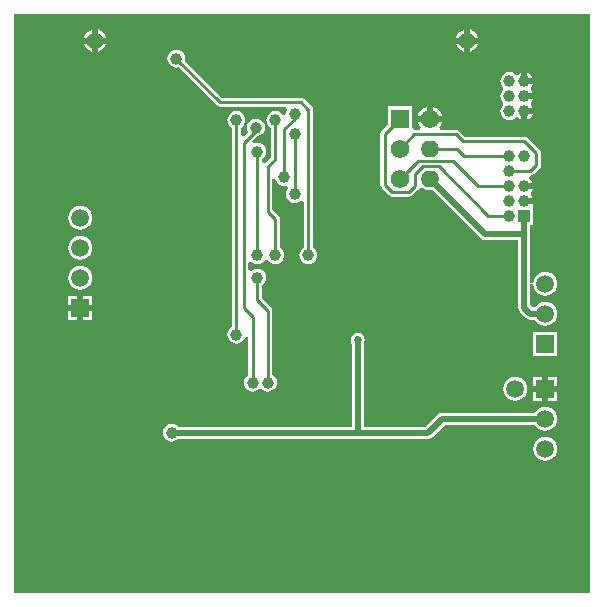
<source format=gbl>
G04 Layer_Physical_Order=2*
G04 Layer_Color=16711680*
%FSLAX23Y23*%
%MOIN*%
G70*
G01*
G75*
%ADD22C,0.010*%
%ADD23C,0.020*%
%ADD26C,0.031*%
%ADD27C,0.055*%
%ADD28R,0.059X0.059*%
%ADD29C,0.059*%
%ADD30C,0.062*%
%ADD31R,0.062X0.062*%
%ADD32O,0.062X0.055*%
%ADD33C,0.039*%
%ADD34R,0.039X0.039*%
%ADD35R,0.059X0.059*%
%ADD36C,0.027*%
%ADD37R,0.130X0.275*%
G36*
X1948Y20D02*
X30D01*
Y1948D01*
X1948D01*
Y20D01*
D02*
G37*
%LPC*%
G36*
X1790Y690D02*
X1760D01*
Y660D01*
X1790D01*
Y690D01*
D02*
G37*
G36*
X1840D02*
X1810D01*
Y660D01*
X1840D01*
Y690D01*
D02*
G37*
G36*
X240Y615D02*
Y587D01*
X268D01*
X268Y587D01*
X264Y597D01*
X258Y605D01*
X250Y611D01*
X240Y615D01*
X240Y615D01*
D02*
G37*
G36*
X1700Y740D02*
X1690Y739D01*
X1680Y735D01*
X1672Y728D01*
X1665Y720D01*
X1661Y710D01*
X1660Y700D01*
X1661Y690D01*
X1665Y680D01*
X1672Y672D01*
X1680Y665D01*
X1690Y661D01*
X1700Y660D01*
X1710Y661D01*
X1720Y665D01*
X1728Y672D01*
X1735Y680D01*
X1739Y690D01*
X1740Y700D01*
X1739Y710D01*
X1735Y720D01*
X1728Y728D01*
X1720Y735D01*
X1710Y739D01*
X1700Y740D01*
D02*
G37*
G36*
X1790Y740D02*
X1760D01*
Y710D01*
X1790D01*
Y740D01*
D02*
G37*
G36*
X240Y960D02*
X210D01*
Y930D01*
X240D01*
Y960D01*
D02*
G37*
G36*
X290D02*
X260D01*
Y930D01*
X290D01*
Y960D01*
D02*
G37*
G36*
X1840Y740D02*
X1810D01*
Y710D01*
X1840D01*
Y740D01*
D02*
G37*
G36*
Y890D02*
X1760D01*
Y810D01*
X1840D01*
Y890D01*
D02*
G37*
G36*
X220Y442D02*
X220Y442D01*
X210Y438D01*
X202Y432D01*
X195Y423D01*
X191Y414D01*
X191Y413D01*
X220D01*
Y442D01*
D02*
G37*
G36*
X240D02*
Y413D01*
X268D01*
X268Y414D01*
X264Y423D01*
X258Y432D01*
X250Y438D01*
X240Y442D01*
X240Y442D01*
D02*
G37*
G36*
X220Y393D02*
X191D01*
X191Y393D01*
X195Y383D01*
X202Y375D01*
X210Y369D01*
X220Y365D01*
X220Y365D01*
Y393D01*
D02*
G37*
G36*
X268D02*
X240D01*
Y365D01*
X240Y365D01*
X250Y369D01*
X258Y375D01*
X264Y383D01*
X268Y393D01*
X268Y393D01*
D02*
G37*
G36*
X1800Y540D02*
X1790Y539D01*
X1780Y535D01*
X1772Y528D01*
X1765Y520D01*
X1761Y510D01*
X1760Y500D01*
X1761Y490D01*
X1765Y480D01*
X1772Y472D01*
X1780Y465D01*
X1790Y461D01*
X1800Y460D01*
X1810Y461D01*
X1820Y465D01*
X1828Y472D01*
X1835Y480D01*
X1839Y490D01*
X1840Y500D01*
X1839Y510D01*
X1835Y520D01*
X1828Y528D01*
X1820Y535D01*
X1810Y539D01*
X1800Y540D01*
D02*
G37*
G36*
X1175Y886D02*
X1166Y884D01*
X1158Y879D01*
X1153Y871D01*
X1151Y862D01*
X1153Y853D01*
X1155Y850D01*
Y573D01*
X577D01*
X576Y574D01*
X570Y579D01*
X563Y582D01*
X555Y583D01*
X547Y582D01*
X540Y579D01*
X534Y574D01*
X529Y568D01*
X526Y561D01*
X525Y553D01*
X526Y545D01*
X529Y538D01*
X534Y532D01*
X540Y527D01*
X547Y524D01*
X555Y523D01*
X563Y524D01*
X570Y527D01*
X576Y532D01*
X577Y533D01*
X1410D01*
X1418Y534D01*
X1424Y539D01*
X1465Y580D01*
X1766D01*
X1772Y572D01*
X1780Y565D01*
X1790Y561D01*
X1800Y560D01*
X1810Y561D01*
X1820Y565D01*
X1828Y572D01*
X1835Y580D01*
X1839Y590D01*
X1840Y600D01*
X1839Y610D01*
X1835Y620D01*
X1828Y628D01*
X1820Y635D01*
X1810Y639D01*
X1800Y640D01*
X1790Y639D01*
X1780Y635D01*
X1772Y628D01*
X1766Y620D01*
X1457D01*
X1449Y619D01*
X1443Y614D01*
X1402Y573D01*
X1195D01*
Y850D01*
X1197Y853D01*
X1199Y862D01*
X1197Y871D01*
X1192Y879D01*
X1184Y884D01*
X1175Y886D01*
D02*
G37*
G36*
X220Y615D02*
X220Y615D01*
X210Y611D01*
X202Y605D01*
X195Y597D01*
X191Y587D01*
X191Y587D01*
X220D01*
Y615D01*
D02*
G37*
G36*
Y567D02*
X191D01*
X191Y566D01*
X195Y557D01*
X202Y548D01*
X210Y542D01*
X220Y538D01*
X220Y538D01*
Y567D01*
D02*
G37*
G36*
X268D02*
X240D01*
Y538D01*
X240Y538D01*
X250Y542D01*
X258Y548D01*
X264Y557D01*
X268Y566D01*
X268Y567D01*
D02*
G37*
G36*
X240Y1010D02*
X210D01*
Y980D01*
X240D01*
Y1010D01*
D02*
G37*
G36*
X337Y1850D02*
X310D01*
Y1823D01*
X319Y1827D01*
X327Y1833D01*
X333Y1841D01*
X337Y1850D01*
D02*
G37*
G36*
X1530D02*
X1503D01*
X1507Y1841D01*
X1513Y1833D01*
X1521Y1827D01*
X1530Y1823D01*
Y1850D01*
D02*
G37*
G36*
X1740Y1753D02*
Y1735D01*
X1758D01*
X1756Y1740D01*
X1751Y1746D01*
X1745Y1751D01*
X1740Y1753D01*
D02*
G37*
G36*
X290Y1850D02*
X263D01*
X267Y1841D01*
X273Y1833D01*
X281Y1827D01*
X290Y1823D01*
Y1850D01*
D02*
G37*
G36*
X1577D02*
X1550D01*
Y1823D01*
X1559Y1827D01*
X1567Y1833D01*
X1573Y1841D01*
X1577Y1850D01*
D02*
G37*
G36*
X1530Y1897D02*
X1521Y1893D01*
X1513Y1887D01*
X1507Y1879D01*
X1503Y1870D01*
X1530D01*
Y1897D01*
D02*
G37*
G36*
X1550D02*
Y1870D01*
X1577D01*
X1573Y1879D01*
X1567Y1887D01*
X1559Y1893D01*
X1550Y1897D01*
D02*
G37*
G36*
X290D02*
X281Y1893D01*
X273Y1887D01*
X267Y1879D01*
X263Y1870D01*
X290D01*
Y1897D01*
D02*
G37*
G36*
X310D02*
Y1870D01*
X337D01*
X333Y1879D01*
X327Y1887D01*
X319Y1893D01*
X310Y1897D01*
D02*
G37*
G36*
X1425Y1640D02*
Y1610D01*
X1455D01*
X1455Y1611D01*
X1451Y1621D01*
X1444Y1629D01*
X1436Y1636D01*
X1426Y1640D01*
X1425Y1640D01*
D02*
G37*
G36*
X250Y1110D02*
X240Y1109D01*
X230Y1105D01*
X222Y1098D01*
X215Y1090D01*
X211Y1080D01*
X210Y1070D01*
X211Y1060D01*
X215Y1050D01*
X222Y1042D01*
X230Y1035D01*
X240Y1031D01*
X250Y1030D01*
X260Y1031D01*
X270Y1035D01*
X278Y1042D01*
X285Y1050D01*
X289Y1060D01*
X290Y1070D01*
X289Y1080D01*
X285Y1090D01*
X278Y1098D01*
X270Y1105D01*
X260Y1109D01*
X250Y1110D01*
D02*
G37*
G36*
Y1210D02*
X240Y1209D01*
X230Y1205D01*
X222Y1198D01*
X215Y1190D01*
X211Y1180D01*
X210Y1170D01*
X211Y1160D01*
X215Y1150D01*
X222Y1142D01*
X230Y1135D01*
X240Y1131D01*
X250Y1130D01*
X260Y1131D01*
X270Y1135D01*
X278Y1142D01*
X285Y1150D01*
X289Y1160D01*
X290Y1170D01*
X289Y1180D01*
X285Y1190D01*
X278Y1198D01*
X270Y1205D01*
X260Y1209D01*
X250Y1210D01*
D02*
G37*
G36*
X290Y1010D02*
X260D01*
Y980D01*
X290D01*
Y1010D01*
D02*
G37*
G36*
X1356Y1641D02*
X1274D01*
Y1581D01*
X1254Y1561D01*
X1251Y1556D01*
X1250Y1550D01*
Y1380D01*
X1251Y1374D01*
X1254Y1369D01*
X1279Y1344D01*
X1284Y1341D01*
X1290Y1340D01*
X1346D01*
X1352Y1341D01*
X1357Y1344D01*
X1376Y1363D01*
X1378Y1366D01*
X1386Y1369D01*
X1390Y1369D01*
X1393Y1367D01*
X1402Y1363D01*
X1412Y1362D01*
X1418D01*
X1423Y1363D01*
X1586Y1201D01*
X1592Y1196D01*
X1600Y1195D01*
X1710D01*
Y970D01*
X1711Y962D01*
X1716Y956D01*
X1736Y936D01*
X1742Y931D01*
X1750Y930D01*
X1766D01*
X1772Y922D01*
X1780Y915D01*
X1790Y911D01*
X1800Y910D01*
X1810Y911D01*
X1820Y915D01*
X1828Y922D01*
X1835Y930D01*
X1839Y940D01*
X1840Y950D01*
X1839Y960D01*
X1835Y970D01*
X1828Y978D01*
X1820Y985D01*
X1810Y989D01*
X1800Y990D01*
X1790Y989D01*
X1780Y985D01*
X1772Y978D01*
X1768Y973D01*
X1758Y972D01*
X1750Y979D01*
Y1047D01*
X1760Y1048D01*
X1761Y1040D01*
X1765Y1030D01*
X1772Y1022D01*
X1780Y1015D01*
X1790Y1011D01*
X1800Y1010D01*
X1810Y1011D01*
X1820Y1015D01*
X1828Y1022D01*
X1835Y1030D01*
X1839Y1040D01*
X1840Y1050D01*
X1839Y1060D01*
X1835Y1070D01*
X1828Y1078D01*
X1820Y1085D01*
X1810Y1089D01*
X1800Y1090D01*
X1790Y1089D01*
X1780Y1085D01*
X1772Y1078D01*
X1765Y1070D01*
X1761Y1060D01*
X1760Y1052D01*
X1750Y1053D01*
Y1215D01*
Y1245D01*
X1760D01*
Y1305D01*
X1760Y1305D01*
X1760D01*
X1758Y1315D01*
X1759Y1317D01*
X1760Y1325D01*
X1759Y1333D01*
X1756Y1340D01*
X1751Y1346D01*
Y1354D01*
X1756Y1360D01*
X1758Y1365D01*
X1730D01*
Y1385D01*
X1758D01*
X1756Y1390D01*
X1751Y1396D01*
X1747Y1400D01*
X1747Y1406D01*
X1749Y1410D01*
X1750D01*
X1756Y1411D01*
X1761Y1414D01*
X1781Y1434D01*
X1784Y1439D01*
X1785Y1445D01*
Y1485D01*
X1784Y1491D01*
X1781Y1496D01*
X1741Y1536D01*
X1736Y1539D01*
X1730Y1540D01*
X1531D01*
X1513Y1559D01*
X1508Y1562D01*
X1502Y1563D01*
X1451D01*
X1449Y1565D01*
X1446Y1573D01*
X1451Y1579D01*
X1455Y1589D01*
X1455Y1590D01*
X1375D01*
X1375Y1589D01*
X1379Y1579D01*
X1384Y1573D01*
X1381Y1565D01*
X1379Y1563D01*
X1363D01*
X1356Y1572D01*
Y1641D01*
D02*
G37*
G36*
X250Y1310D02*
X240Y1309D01*
X230Y1305D01*
X222Y1298D01*
X215Y1290D01*
X211Y1280D01*
X210Y1270D01*
X211Y1260D01*
X215Y1250D01*
X222Y1242D01*
X230Y1235D01*
X240Y1231D01*
X250Y1230D01*
X260Y1231D01*
X270Y1235D01*
X278Y1242D01*
X285Y1250D01*
X289Y1260D01*
X290Y1270D01*
X289Y1280D01*
X285Y1290D01*
X278Y1298D01*
X270Y1305D01*
X260Y1309D01*
X250Y1310D01*
D02*
G37*
G36*
X570Y1830D02*
X562Y1829D01*
X555Y1826D01*
X549Y1821D01*
X544Y1815D01*
X541Y1808D01*
X540Y1800D01*
X541Y1792D01*
X544Y1785D01*
X549Y1779D01*
X555Y1774D01*
X562Y1771D01*
X570Y1770D01*
X577Y1771D01*
X704Y1644D01*
X709Y1641D01*
X715Y1640D01*
X934D01*
X939Y1630D01*
X936Y1623D01*
X935Y1615D01*
X935Y1614D01*
X926Y1610D01*
X921Y1616D01*
X915Y1621D01*
X908Y1624D01*
X900Y1625D01*
X892Y1624D01*
X885Y1621D01*
X879Y1616D01*
X874Y1610D01*
X871Y1603D01*
X870Y1595D01*
X871Y1587D01*
X874Y1580D01*
X879Y1574D01*
X885Y1569D01*
Y1471D01*
X865Y1452D01*
X861Y1453D01*
X856Y1455D01*
X856Y1465D01*
X861Y1469D01*
X866Y1475D01*
X869Y1482D01*
X870Y1490D01*
X869Y1498D01*
X866Y1505D01*
X861Y1511D01*
X855Y1516D01*
X848Y1519D01*
X840Y1520D01*
X832Y1519D01*
X828Y1517D01*
X822Y1526D01*
X837Y1540D01*
X843Y1541D01*
X850Y1544D01*
X856Y1549D01*
X861Y1555D01*
X864Y1562D01*
X865Y1570D01*
X864Y1578D01*
X861Y1585D01*
X856Y1591D01*
X850Y1596D01*
X843Y1599D01*
X835Y1600D01*
X827Y1599D01*
X820Y1596D01*
X814Y1591D01*
X809Y1585D01*
X806Y1578D01*
X805Y1570D01*
X806Y1562D01*
X809Y1556D01*
X795Y1541D01*
X785Y1545D01*
Y1569D01*
X791Y1574D01*
X796Y1580D01*
X799Y1587D01*
X800Y1595D01*
X799Y1603D01*
X796Y1610D01*
X791Y1616D01*
X785Y1621D01*
X778Y1624D01*
X770Y1625D01*
X762Y1624D01*
X755Y1621D01*
X749Y1616D01*
X744Y1610D01*
X741Y1603D01*
X740Y1595D01*
X741Y1587D01*
X744Y1580D01*
X749Y1574D01*
X755Y1569D01*
Y906D01*
X749Y901D01*
X744Y895D01*
X741Y888D01*
X740Y880D01*
X741Y872D01*
X744Y865D01*
X749Y859D01*
X755Y854D01*
X762Y851D01*
X770Y850D01*
X778Y851D01*
X785Y854D01*
X791Y859D01*
X796Y865D01*
X798Y870D01*
X804Y873D01*
X809Y873D01*
X810Y872D01*
Y746D01*
X804Y741D01*
X799Y735D01*
X796Y728D01*
X795Y720D01*
X796Y712D01*
X799Y705D01*
X804Y699D01*
X810Y694D01*
X817Y691D01*
X825Y690D01*
X833Y691D01*
X840Y694D01*
X846Y699D01*
X854D01*
X860Y694D01*
X867Y691D01*
X875Y690D01*
X883Y691D01*
X890Y694D01*
X896Y699D01*
X901Y705D01*
X904Y712D01*
X905Y720D01*
X904Y728D01*
X901Y735D01*
X896Y741D01*
X890Y746D01*
Y960D01*
X889Y966D01*
X886Y971D01*
X855Y1001D01*
Y1044D01*
X861Y1049D01*
X866Y1055D01*
X869Y1062D01*
X870Y1070D01*
X869Y1078D01*
X866Y1085D01*
X861Y1091D01*
X855Y1096D01*
X848Y1099D01*
X840Y1100D01*
X832Y1099D01*
X825Y1096D01*
X820Y1092D01*
X815Y1094D01*
X810Y1096D01*
Y1119D01*
X815Y1121D01*
X820Y1123D01*
X825Y1119D01*
X832Y1116D01*
X840Y1115D01*
X848Y1116D01*
X855Y1119D01*
X861Y1124D01*
X864Y1128D01*
X868Y1129D01*
X872D01*
X876Y1128D01*
X879Y1124D01*
X885Y1119D01*
X892Y1116D01*
X900Y1115D01*
X908Y1116D01*
X915Y1119D01*
X921Y1124D01*
X926Y1130D01*
X929Y1137D01*
X930Y1145D01*
X929Y1153D01*
X926Y1160D01*
X921Y1166D01*
X915Y1171D01*
Y1265D01*
X914Y1271D01*
X911Y1276D01*
X890Y1296D01*
Y1397D01*
X891Y1398D01*
X896Y1398D01*
X902Y1395D01*
X904Y1390D01*
X909Y1384D01*
X915Y1379D01*
X922Y1376D01*
X930Y1375D01*
X937Y1376D01*
X938Y1375D01*
X939Y1374D01*
X942Y1367D01*
X939Y1363D01*
X936Y1356D01*
X935Y1348D01*
X936Y1340D01*
X939Y1333D01*
X944Y1327D01*
X950Y1322D01*
X957Y1319D01*
X965Y1318D01*
X973Y1319D01*
X980Y1322D01*
X985Y1326D01*
X990Y1324D01*
X995Y1322D01*
Y1171D01*
X989Y1166D01*
X984Y1160D01*
X981Y1153D01*
X980Y1145D01*
X981Y1137D01*
X984Y1130D01*
X989Y1124D01*
X995Y1119D01*
X1002Y1116D01*
X1010Y1115D01*
X1018Y1116D01*
X1025Y1119D01*
X1031Y1124D01*
X1036Y1130D01*
X1039Y1137D01*
X1040Y1145D01*
X1039Y1153D01*
X1036Y1160D01*
X1031Y1166D01*
X1025Y1171D01*
Y1630D01*
X1024Y1636D01*
X1021Y1641D01*
X996Y1666D01*
X991Y1669D01*
X985Y1670D01*
X721D01*
X599Y1793D01*
X600Y1800D01*
X599Y1808D01*
X596Y1815D01*
X591Y1821D01*
X585Y1826D01*
X578Y1829D01*
X570Y1830D01*
D02*
G37*
G36*
X1405Y1640D02*
X1404Y1640D01*
X1394Y1636D01*
X1386Y1629D01*
X1379Y1621D01*
X1375Y1611D01*
X1375Y1610D01*
X1405D01*
Y1640D01*
D02*
G37*
G36*
X1680Y1755D02*
X1672Y1754D01*
X1665Y1751D01*
X1659Y1746D01*
X1654Y1740D01*
X1651Y1733D01*
X1650Y1725D01*
X1651Y1717D01*
X1654Y1710D01*
X1659Y1704D01*
Y1696D01*
X1654Y1690D01*
X1651Y1683D01*
X1650Y1675D01*
X1651Y1667D01*
X1654Y1660D01*
X1659Y1654D01*
Y1646D01*
X1654Y1640D01*
X1651Y1633D01*
X1650Y1625D01*
X1651Y1617D01*
X1654Y1610D01*
X1659Y1604D01*
X1665Y1599D01*
X1672Y1596D01*
X1680Y1595D01*
X1688Y1596D01*
X1695Y1599D01*
X1701Y1604D01*
X1709D01*
X1715Y1599D01*
X1720Y1597D01*
Y1625D01*
X1730D01*
Y1635D01*
X1758D01*
X1756Y1640D01*
X1751Y1646D01*
Y1654D01*
X1756Y1660D01*
X1758Y1665D01*
X1730D01*
Y1685D01*
X1758D01*
X1756Y1690D01*
X1751Y1696D01*
Y1704D01*
X1756Y1710D01*
X1758Y1715D01*
X1730D01*
Y1725D01*
X1720D01*
Y1753D01*
X1715Y1751D01*
X1709Y1746D01*
X1701D01*
X1695Y1751D01*
X1688Y1754D01*
X1680Y1755D01*
D02*
G37*
G36*
X1758Y1615D02*
X1740D01*
Y1597D01*
X1745Y1599D01*
X1751Y1604D01*
X1756Y1610D01*
X1758Y1615D01*
D02*
G37*
%LPD*%
D22*
X715Y1655D02*
X985D01*
X570Y1800D02*
X715Y1655D01*
X1010Y1145D02*
Y1630D01*
X985Y1655D02*
X1010Y1630D01*
X900Y1145D02*
Y1265D01*
X875Y1290D02*
X900Y1265D01*
X875Y1290D02*
Y1440D01*
X900Y1465D01*
Y1595D01*
X930Y1405D02*
X930Y1405D01*
Y1564D01*
X965Y1599D01*
Y1615D01*
Y1348D02*
Y1550D01*
X835Y1560D02*
Y1570D01*
X840Y995D02*
Y1070D01*
X795Y1520D02*
X835Y1560D01*
X795Y970D02*
Y1520D01*
X1365Y1374D02*
Y1415D01*
X1346Y1355D02*
X1365Y1374D01*
X1290Y1355D02*
X1346D01*
X1265Y1380D02*
X1290Y1355D01*
X1265Y1550D02*
X1315Y1600D01*
X1265Y1380D02*
Y1550D01*
X1315Y1500D02*
X1363Y1548D01*
X1770Y1445D02*
Y1485D01*
X1750Y1425D02*
X1770Y1445D01*
X1010Y1140D02*
Y1145D01*
X840D02*
Y1490D01*
X1610Y1275D02*
X1680D01*
Y1425D02*
X1750D01*
X1365Y1415D02*
X1391Y1441D01*
X1444D01*
X1610Y1275D01*
X1315Y1400D02*
X1374Y1459D01*
X1730Y1525D02*
X1770Y1485D01*
X1374Y1459D02*
X1491D01*
X1575Y1375D01*
X1680D01*
X1415Y1500D02*
X1505D01*
X1530Y1475D01*
X1680D01*
X1363Y1548D02*
X1502D01*
X1525Y1525D01*
X1730D01*
X770Y880D02*
Y1595D01*
X825Y735D02*
Y940D01*
X795Y970D02*
X825Y940D01*
X840Y995D02*
X875Y960D01*
Y720D02*
Y960D01*
D23*
X1730Y1375D02*
X1804D01*
X1730Y1325D02*
X1804D01*
X1730Y1625D02*
X1804D01*
X1730Y1675D02*
X1804D01*
X1730Y1725D02*
Y1799D01*
Y1725D02*
X1804D01*
X1730Y1215D02*
Y1275D01*
Y970D02*
Y1215D01*
Y970D02*
X1750Y950D01*
X1800D01*
X1415Y1400D02*
X1600Y1215D01*
X1730D01*
X1410Y553D02*
X1457Y600D01*
X1800D01*
X1175Y558D02*
Y862D01*
X555Y553D02*
X1410D01*
D26*
X230Y577D02*
D03*
Y403D02*
D03*
D27*
X300Y1860D02*
D03*
X1540D02*
D03*
D28*
X1800Y700D02*
D03*
X1800Y850D02*
D03*
X250Y970D02*
D03*
D29*
X1800Y600D02*
D03*
Y500D02*
D03*
X1800Y950D02*
D03*
Y1050D02*
D03*
X250Y1270D02*
D03*
Y1170D02*
D03*
Y1070D02*
D03*
X1700Y700D02*
D03*
D30*
X1315Y1400D02*
D03*
Y1500D02*
D03*
X1415Y1600D02*
D03*
D31*
X1315D02*
D03*
D32*
X1415Y1400D02*
D03*
Y1500D02*
D03*
D33*
X1680Y1725D02*
D03*
X1730D02*
D03*
X1680Y1675D02*
D03*
X1730D02*
D03*
X1680Y1625D02*
D03*
X1730D02*
D03*
X1680Y1475D02*
D03*
X1730D02*
D03*
X1680Y1425D02*
D03*
Y1375D02*
D03*
X1730D02*
D03*
X1680Y1325D02*
D03*
X1730D02*
D03*
X1680Y1275D02*
D03*
X980Y600D02*
D03*
X785Y510D02*
D03*
X570Y1800D02*
D03*
X1510Y950D02*
D03*
X1320D02*
D03*
X361Y1780D02*
D03*
X775Y1800D02*
D03*
X457Y385D02*
D03*
X1140Y295D02*
D03*
X685Y825D02*
D03*
X350Y1640D02*
D03*
X1055Y1350D02*
D03*
X930Y1405D02*
D03*
X965Y1615D02*
D03*
Y1550D02*
D03*
X835Y1570D02*
D03*
X965Y1348D02*
D03*
X900Y1595D02*
D03*
Y1145D02*
D03*
X840Y1070D02*
D03*
X330Y945D02*
D03*
X600Y1315D02*
D03*
X1510Y870D02*
D03*
Y1030D02*
D03*
X1320Y870D02*
D03*
Y1030D02*
D03*
X825Y720D02*
D03*
X1070Y1830D02*
D03*
X441Y1440D02*
D03*
X420Y1220D02*
D03*
X1823Y240D02*
D03*
X840Y1490D02*
D03*
X770Y1595D02*
D03*
X555Y553D02*
D03*
X1010Y1145D02*
D03*
X840D02*
D03*
X950Y1290D02*
D03*
X1345Y1265D02*
D03*
X1600Y1590D02*
D03*
X1588Y240D02*
D03*
X795Y275D02*
D03*
X770Y880D02*
D03*
X980Y495D02*
D03*
X875Y720D02*
D03*
X767Y595D02*
D03*
D34*
X1730Y1275D02*
D03*
D35*
X1800Y700D02*
D03*
D36*
X1175Y862D02*
D03*
D37*
X235Y487D02*
D03*
M02*

</source>
